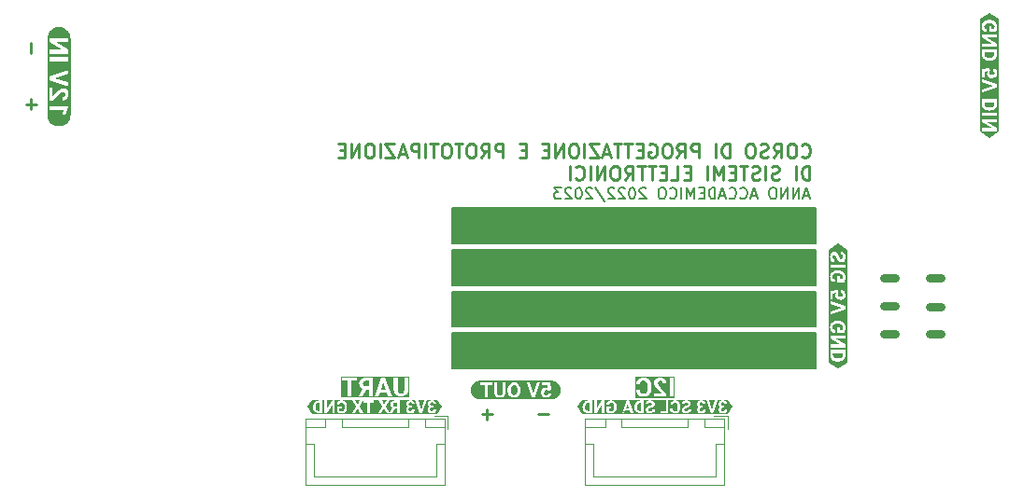
<source format=gbr>
%TF.GenerationSoftware,KiCad,Pcbnew,(6.0.8)*%
%TF.CreationDate,2023-04-20T14:40:41+02:00*%
%TF.ProjectId,scheda PSE,73636865-6461-4205-9053-452e6b696361,rev?*%
%TF.SameCoordinates,Original*%
%TF.FileFunction,Legend,Bot*%
%TF.FilePolarity,Positive*%
%FSLAX46Y46*%
G04 Gerber Fmt 4.6, Leading zero omitted, Abs format (unit mm)*
G04 Created by KiCad (PCBNEW (6.0.8)) date 2023-04-20 14:40:41*
%MOMM*%
%LPD*%
G01*
G04 APERTURE LIST*
%ADD10C,0.150000*%
%ADD11C,0.750000*%
%ADD12C,0.250000*%
%ADD13C,0.120000*%
G04 APERTURE END LIST*
D10*
X182740024Y-116587884D02*
X149821624Y-116587884D01*
X149821624Y-116587884D02*
X149821624Y-119788284D01*
X149821624Y-119788284D02*
X182740024Y-119788284D01*
X182740024Y-119788284D02*
X182740024Y-116587884D01*
G36*
X182740024Y-116587884D02*
G01*
X149821624Y-116587884D01*
X149821624Y-119788284D01*
X182740024Y-119788284D01*
X182740024Y-116587884D01*
G37*
D11*
X193027024Y-120457151D02*
X194043024Y-120457151D01*
X188886824Y-115377151D02*
X189902824Y-115377151D01*
X188886824Y-117917151D02*
X189902824Y-117917151D01*
D10*
X182740024Y-112811751D02*
X149821624Y-112811751D01*
X149821624Y-112811751D02*
X149821624Y-116012151D01*
X149821624Y-116012151D02*
X182740024Y-116012151D01*
X182740024Y-116012151D02*
X182740024Y-112811751D01*
G36*
X182740024Y-112811751D02*
G01*
X149821624Y-112811751D01*
X149821624Y-116012151D01*
X182740024Y-116012151D01*
X182740024Y-112811751D01*
G37*
D11*
X193052424Y-117967951D02*
X194068424Y-117967951D01*
X188912224Y-120431751D02*
X189928224Y-120431751D01*
D10*
X182740024Y-120364018D02*
X149821624Y-120364018D01*
X149821624Y-120364018D02*
X149821624Y-123564418D01*
X149821624Y-123564418D02*
X182740024Y-123564418D01*
X182740024Y-123564418D02*
X182740024Y-120364018D01*
G36*
X182740024Y-120364018D02*
G01*
X149821624Y-120364018D01*
X149821624Y-123564418D01*
X182740024Y-123564418D01*
X182740024Y-120364018D01*
G37*
D11*
X193027024Y-115377151D02*
X194043024Y-115377151D01*
D10*
X182740024Y-109035618D02*
X149821624Y-109035618D01*
X149821624Y-109035618D02*
X149821624Y-112236018D01*
X149821624Y-112236018D02*
X182740024Y-112236018D01*
X182740024Y-112236018D02*
X182740024Y-109035618D01*
G36*
X182740024Y-109035618D02*
G01*
X149821624Y-109035618D01*
X149821624Y-112236018D01*
X182740024Y-112236018D01*
X182740024Y-109035618D01*
G37*
D12*
X158522332Y-127754763D02*
X157569951Y-127754763D01*
X111627256Y-94969268D02*
X111627256Y-94016887D01*
X153442332Y-127754763D02*
X152489951Y-127754763D01*
X152966142Y-128230954D02*
X152966142Y-127278573D01*
X111627256Y-100049268D02*
X111627256Y-99096887D01*
X111151065Y-99573078D02*
X112103446Y-99573078D01*
X181464019Y-104310196D02*
X181523543Y-104369720D01*
X181702114Y-104429244D01*
X181821162Y-104429244D01*
X181999733Y-104369720D01*
X182118781Y-104250672D01*
X182178304Y-104131625D01*
X182237828Y-103893529D01*
X182237828Y-103714958D01*
X182178304Y-103476863D01*
X182118781Y-103357815D01*
X181999733Y-103238768D01*
X181821162Y-103179244D01*
X181702114Y-103179244D01*
X181523543Y-103238768D01*
X181464019Y-103298291D01*
X180690209Y-103179244D02*
X180452114Y-103179244D01*
X180333066Y-103238768D01*
X180214019Y-103357815D01*
X180154495Y-103595910D01*
X180154495Y-104012577D01*
X180214019Y-104250672D01*
X180333066Y-104369720D01*
X180452114Y-104429244D01*
X180690209Y-104429244D01*
X180809257Y-104369720D01*
X180928304Y-104250672D01*
X180987828Y-104012577D01*
X180987828Y-103595910D01*
X180928304Y-103357815D01*
X180809257Y-103238768D01*
X180690209Y-103179244D01*
X178904495Y-104429244D02*
X179321162Y-103834006D01*
X179618781Y-104429244D02*
X179618781Y-103179244D01*
X179142590Y-103179244D01*
X179023543Y-103238768D01*
X178964019Y-103298291D01*
X178904495Y-103417339D01*
X178904495Y-103595910D01*
X178964019Y-103714958D01*
X179023543Y-103774482D01*
X179142590Y-103834006D01*
X179618781Y-103834006D01*
X178428304Y-104369720D02*
X178249733Y-104429244D01*
X177952114Y-104429244D01*
X177833066Y-104369720D01*
X177773543Y-104310196D01*
X177714019Y-104191148D01*
X177714019Y-104072101D01*
X177773543Y-103953053D01*
X177833066Y-103893529D01*
X177952114Y-103834006D01*
X178190209Y-103774482D01*
X178309257Y-103714958D01*
X178368781Y-103655434D01*
X178428304Y-103536387D01*
X178428304Y-103417339D01*
X178368781Y-103298291D01*
X178309257Y-103238768D01*
X178190209Y-103179244D01*
X177892590Y-103179244D01*
X177714019Y-103238768D01*
X176940209Y-103179244D02*
X176702114Y-103179244D01*
X176583066Y-103238768D01*
X176464019Y-103357815D01*
X176404495Y-103595910D01*
X176404495Y-104012577D01*
X176464019Y-104250672D01*
X176583066Y-104369720D01*
X176702114Y-104429244D01*
X176940209Y-104429244D01*
X177059257Y-104369720D01*
X177178304Y-104250672D01*
X177237828Y-104012577D01*
X177237828Y-103595910D01*
X177178304Y-103357815D01*
X177059257Y-103238768D01*
X176940209Y-103179244D01*
X174916400Y-104429244D02*
X174916400Y-103179244D01*
X174618781Y-103179244D01*
X174440209Y-103238768D01*
X174321162Y-103357815D01*
X174261638Y-103476863D01*
X174202114Y-103714958D01*
X174202114Y-103893529D01*
X174261638Y-104131625D01*
X174321162Y-104250672D01*
X174440209Y-104369720D01*
X174618781Y-104429244D01*
X174916400Y-104429244D01*
X173666400Y-104429244D02*
X173666400Y-103179244D01*
X172118781Y-104429244D02*
X172118781Y-103179244D01*
X171642590Y-103179244D01*
X171523543Y-103238768D01*
X171464019Y-103298291D01*
X171404495Y-103417339D01*
X171404495Y-103595910D01*
X171464019Y-103714958D01*
X171523543Y-103774482D01*
X171642590Y-103834006D01*
X172118781Y-103834006D01*
X170154495Y-104429244D02*
X170571162Y-103834006D01*
X170868781Y-104429244D02*
X170868781Y-103179244D01*
X170392590Y-103179244D01*
X170273543Y-103238768D01*
X170214019Y-103298291D01*
X170154495Y-103417339D01*
X170154495Y-103595910D01*
X170214019Y-103714958D01*
X170273543Y-103774482D01*
X170392590Y-103834006D01*
X170868781Y-103834006D01*
X169380685Y-103179244D02*
X169142590Y-103179244D01*
X169023543Y-103238768D01*
X168904495Y-103357815D01*
X168844971Y-103595910D01*
X168844971Y-104012577D01*
X168904495Y-104250672D01*
X169023543Y-104369720D01*
X169142590Y-104429244D01*
X169380685Y-104429244D01*
X169499733Y-104369720D01*
X169618781Y-104250672D01*
X169678304Y-104012577D01*
X169678304Y-103595910D01*
X169618781Y-103357815D01*
X169499733Y-103238768D01*
X169380685Y-103179244D01*
X167654495Y-103238768D02*
X167773543Y-103179244D01*
X167952114Y-103179244D01*
X168130685Y-103238768D01*
X168249733Y-103357815D01*
X168309257Y-103476863D01*
X168368781Y-103714958D01*
X168368781Y-103893529D01*
X168309257Y-104131625D01*
X168249733Y-104250672D01*
X168130685Y-104369720D01*
X167952114Y-104429244D01*
X167833066Y-104429244D01*
X167654495Y-104369720D01*
X167594971Y-104310196D01*
X167594971Y-103893529D01*
X167833066Y-103893529D01*
X167059257Y-103774482D02*
X166642590Y-103774482D01*
X166464019Y-104429244D02*
X167059257Y-104429244D01*
X167059257Y-103179244D01*
X166464019Y-103179244D01*
X166106876Y-103179244D02*
X165392590Y-103179244D01*
X165749733Y-104429244D02*
X165749733Y-103179244D01*
X165154495Y-103179244D02*
X164440209Y-103179244D01*
X164797352Y-104429244D02*
X164797352Y-103179244D01*
X164083066Y-104072101D02*
X163487828Y-104072101D01*
X164202114Y-104429244D02*
X163785447Y-103179244D01*
X163368781Y-104429244D01*
X163071162Y-103179244D02*
X162237828Y-103179244D01*
X163071162Y-104429244D01*
X162237828Y-104429244D01*
X161761638Y-104429244D02*
X161761638Y-103179244D01*
X160928304Y-103179244D02*
X160690209Y-103179244D01*
X160571162Y-103238768D01*
X160452114Y-103357815D01*
X160392590Y-103595910D01*
X160392590Y-104012577D01*
X160452114Y-104250672D01*
X160571162Y-104369720D01*
X160690209Y-104429244D01*
X160928304Y-104429244D01*
X161047352Y-104369720D01*
X161166400Y-104250672D01*
X161225924Y-104012577D01*
X161225924Y-103595910D01*
X161166400Y-103357815D01*
X161047352Y-103238768D01*
X160928304Y-103179244D01*
X159856876Y-104429244D02*
X159856876Y-103179244D01*
X159142590Y-104429244D01*
X159142590Y-103179244D01*
X158547352Y-103774482D02*
X158130685Y-103774482D01*
X157952114Y-104429244D02*
X158547352Y-104429244D01*
X158547352Y-103179244D01*
X157952114Y-103179244D01*
X156464019Y-103774482D02*
X156047352Y-103774482D01*
X155868781Y-104429244D02*
X156464019Y-104429244D01*
X156464019Y-103179244D01*
X155868781Y-103179244D01*
X154380685Y-104429244D02*
X154380685Y-103179244D01*
X153904495Y-103179244D01*
X153785447Y-103238768D01*
X153725924Y-103298291D01*
X153666400Y-103417339D01*
X153666400Y-103595910D01*
X153725924Y-103714958D01*
X153785447Y-103774482D01*
X153904495Y-103834006D01*
X154380685Y-103834006D01*
X152416400Y-104429244D02*
X152833066Y-103834006D01*
X153130685Y-104429244D02*
X153130685Y-103179244D01*
X152654495Y-103179244D01*
X152535447Y-103238768D01*
X152475924Y-103298291D01*
X152416400Y-103417339D01*
X152416400Y-103595910D01*
X152475924Y-103714958D01*
X152535447Y-103774482D01*
X152654495Y-103834006D01*
X153130685Y-103834006D01*
X151642590Y-103179244D02*
X151404495Y-103179244D01*
X151285447Y-103238768D01*
X151166400Y-103357815D01*
X151106876Y-103595910D01*
X151106876Y-104012577D01*
X151166400Y-104250672D01*
X151285447Y-104369720D01*
X151404495Y-104429244D01*
X151642590Y-104429244D01*
X151761638Y-104369720D01*
X151880685Y-104250672D01*
X151940209Y-104012577D01*
X151940209Y-103595910D01*
X151880685Y-103357815D01*
X151761638Y-103238768D01*
X151642590Y-103179244D01*
X150749733Y-103179244D02*
X150035447Y-103179244D01*
X150392590Y-104429244D02*
X150392590Y-103179244D01*
X149380685Y-103179244D02*
X149142590Y-103179244D01*
X149023543Y-103238768D01*
X148904495Y-103357815D01*
X148844971Y-103595910D01*
X148844971Y-104012577D01*
X148904495Y-104250672D01*
X149023543Y-104369720D01*
X149142590Y-104429244D01*
X149380685Y-104429244D01*
X149499733Y-104369720D01*
X149618781Y-104250672D01*
X149678304Y-104012577D01*
X149678304Y-103595910D01*
X149618781Y-103357815D01*
X149499733Y-103238768D01*
X149380685Y-103179244D01*
X148487828Y-103179244D02*
X147773543Y-103179244D01*
X148130685Y-104429244D02*
X148130685Y-103179244D01*
X147356876Y-104429244D02*
X147356876Y-103179244D01*
X146761638Y-104429244D02*
X146761638Y-103179244D01*
X146285447Y-103179244D01*
X146166400Y-103238768D01*
X146106876Y-103298291D01*
X146047352Y-103417339D01*
X146047352Y-103595910D01*
X146106876Y-103714958D01*
X146166400Y-103774482D01*
X146285447Y-103834006D01*
X146761638Y-103834006D01*
X145571162Y-104072101D02*
X144975924Y-104072101D01*
X145690209Y-104429244D02*
X145273543Y-103179244D01*
X144856876Y-104429244D01*
X144559257Y-103179244D02*
X143725924Y-103179244D01*
X144559257Y-104429244D01*
X143725924Y-104429244D01*
X143249733Y-104429244D02*
X143249733Y-103179244D01*
X142416400Y-103179244D02*
X142178304Y-103179244D01*
X142059257Y-103238768D01*
X141940209Y-103357815D01*
X141880685Y-103595910D01*
X141880685Y-104012577D01*
X141940209Y-104250672D01*
X142059257Y-104369720D01*
X142178304Y-104429244D01*
X142416400Y-104429244D01*
X142535447Y-104369720D01*
X142654495Y-104250672D01*
X142714019Y-104012577D01*
X142714019Y-103595910D01*
X142654495Y-103357815D01*
X142535447Y-103238768D01*
X142416400Y-103179244D01*
X141344971Y-104429244D02*
X141344971Y-103179244D01*
X140630685Y-104429244D01*
X140630685Y-103179244D01*
X140035447Y-103774482D02*
X139618781Y-103774482D01*
X139440209Y-104429244D02*
X140035447Y-104429244D01*
X140035447Y-103179244D01*
X139440209Y-103179244D01*
X182178304Y-106441744D02*
X182178304Y-105191744D01*
X181880685Y-105191744D01*
X181702114Y-105251268D01*
X181583066Y-105370315D01*
X181523543Y-105489363D01*
X181464019Y-105727458D01*
X181464019Y-105906029D01*
X181523543Y-106144125D01*
X181583066Y-106263172D01*
X181702114Y-106382220D01*
X181880685Y-106441744D01*
X182178304Y-106441744D01*
X180928304Y-106441744D02*
X180928304Y-105191744D01*
X179440209Y-106382220D02*
X179261638Y-106441744D01*
X178964019Y-106441744D01*
X178844971Y-106382220D01*
X178785447Y-106322696D01*
X178725924Y-106203648D01*
X178725924Y-106084601D01*
X178785447Y-105965553D01*
X178844971Y-105906029D01*
X178964019Y-105846506D01*
X179202114Y-105786982D01*
X179321162Y-105727458D01*
X179380685Y-105667934D01*
X179440209Y-105548887D01*
X179440209Y-105429839D01*
X179380685Y-105310791D01*
X179321162Y-105251268D01*
X179202114Y-105191744D01*
X178904495Y-105191744D01*
X178725924Y-105251268D01*
X178190209Y-106441744D02*
X178190209Y-105191744D01*
X177654495Y-106382220D02*
X177475924Y-106441744D01*
X177178304Y-106441744D01*
X177059257Y-106382220D01*
X176999733Y-106322696D01*
X176940209Y-106203648D01*
X176940209Y-106084601D01*
X176999733Y-105965553D01*
X177059257Y-105906029D01*
X177178304Y-105846506D01*
X177416400Y-105786982D01*
X177535447Y-105727458D01*
X177594971Y-105667934D01*
X177654495Y-105548887D01*
X177654495Y-105429839D01*
X177594971Y-105310791D01*
X177535447Y-105251268D01*
X177416400Y-105191744D01*
X177118781Y-105191744D01*
X176940209Y-105251268D01*
X176583066Y-105191744D02*
X175868781Y-105191744D01*
X176225924Y-106441744D02*
X176225924Y-105191744D01*
X175452114Y-105786982D02*
X175035447Y-105786982D01*
X174856876Y-106441744D02*
X175452114Y-106441744D01*
X175452114Y-105191744D01*
X174856876Y-105191744D01*
X174321162Y-106441744D02*
X174321162Y-105191744D01*
X173904495Y-106084601D01*
X173487828Y-105191744D01*
X173487828Y-106441744D01*
X172892590Y-106441744D02*
X172892590Y-105191744D01*
X171344971Y-105786982D02*
X170928304Y-105786982D01*
X170749733Y-106441744D02*
X171344971Y-106441744D01*
X171344971Y-105191744D01*
X170749733Y-105191744D01*
X169618781Y-106441744D02*
X170214019Y-106441744D01*
X170214019Y-105191744D01*
X169202114Y-105786982D02*
X168785447Y-105786982D01*
X168606876Y-106441744D02*
X169202114Y-106441744D01*
X169202114Y-105191744D01*
X168606876Y-105191744D01*
X168249733Y-105191744D02*
X167535447Y-105191744D01*
X167892590Y-106441744D02*
X167892590Y-105191744D01*
X167297352Y-105191744D02*
X166583066Y-105191744D01*
X166940209Y-106441744D02*
X166940209Y-105191744D01*
X165452114Y-106441744D02*
X165868781Y-105846506D01*
X166166400Y-106441744D02*
X166166400Y-105191744D01*
X165690209Y-105191744D01*
X165571162Y-105251268D01*
X165511638Y-105310791D01*
X165452114Y-105429839D01*
X165452114Y-105608410D01*
X165511638Y-105727458D01*
X165571162Y-105786982D01*
X165690209Y-105846506D01*
X166166400Y-105846506D01*
X164678304Y-105191744D02*
X164440209Y-105191744D01*
X164321162Y-105251268D01*
X164202114Y-105370315D01*
X164142590Y-105608410D01*
X164142590Y-106025077D01*
X164202114Y-106263172D01*
X164321162Y-106382220D01*
X164440209Y-106441744D01*
X164678304Y-106441744D01*
X164797352Y-106382220D01*
X164916400Y-106263172D01*
X164975924Y-106025077D01*
X164975924Y-105608410D01*
X164916400Y-105370315D01*
X164797352Y-105251268D01*
X164678304Y-105191744D01*
X163606876Y-106441744D02*
X163606876Y-105191744D01*
X162892590Y-106441744D01*
X162892590Y-105191744D01*
X162297352Y-106441744D02*
X162297352Y-105191744D01*
X160987828Y-106322696D02*
X161047352Y-106382220D01*
X161225924Y-106441744D01*
X161344971Y-106441744D01*
X161523543Y-106382220D01*
X161642590Y-106263172D01*
X161702114Y-106144125D01*
X161761638Y-105906029D01*
X161761638Y-105727458D01*
X161702114Y-105489363D01*
X161642590Y-105370315D01*
X161523543Y-105251268D01*
X161344971Y-105191744D01*
X161225924Y-105191744D01*
X161047352Y-105251268D01*
X160987828Y-105310791D01*
X160452114Y-106441744D02*
X160452114Y-105191744D01*
D10*
X182146443Y-107881484D02*
X181670252Y-107881484D01*
X182241681Y-108167198D02*
X181908347Y-107167198D01*
X181575014Y-108167198D01*
X181241681Y-108167198D02*
X181241681Y-107167198D01*
X180670252Y-108167198D01*
X180670252Y-107167198D01*
X180194062Y-108167198D02*
X180194062Y-107167198D01*
X179622633Y-108167198D01*
X179622633Y-107167198D01*
X178955966Y-107167198D02*
X178765490Y-107167198D01*
X178670252Y-107214818D01*
X178575014Y-107310056D01*
X178527395Y-107500532D01*
X178527395Y-107833865D01*
X178575014Y-108024341D01*
X178670252Y-108119579D01*
X178765490Y-108167198D01*
X178955966Y-108167198D01*
X179051204Y-108119579D01*
X179146443Y-108024341D01*
X179194062Y-107833865D01*
X179194062Y-107500532D01*
X179146443Y-107310056D01*
X179051204Y-107214818D01*
X178955966Y-107167198D01*
X177384538Y-107881484D02*
X176908347Y-107881484D01*
X177479776Y-108167198D02*
X177146443Y-107167198D01*
X176813109Y-108167198D01*
X175908347Y-108071960D02*
X175955966Y-108119579D01*
X176098824Y-108167198D01*
X176194062Y-108167198D01*
X176336919Y-108119579D01*
X176432157Y-108024341D01*
X176479776Y-107929103D01*
X176527395Y-107738627D01*
X176527395Y-107595770D01*
X176479776Y-107405294D01*
X176432157Y-107310056D01*
X176336919Y-107214818D01*
X176194062Y-107167198D01*
X176098824Y-107167198D01*
X175955966Y-107214818D01*
X175908347Y-107262437D01*
X174908347Y-108071960D02*
X174955966Y-108119579D01*
X175098824Y-108167198D01*
X175194062Y-108167198D01*
X175336919Y-108119579D01*
X175432157Y-108024341D01*
X175479776Y-107929103D01*
X175527395Y-107738627D01*
X175527395Y-107595770D01*
X175479776Y-107405294D01*
X175432157Y-107310056D01*
X175336919Y-107214818D01*
X175194062Y-107167198D01*
X175098824Y-107167198D01*
X174955966Y-107214818D01*
X174908347Y-107262437D01*
X174527395Y-107881484D02*
X174051204Y-107881484D01*
X174622633Y-108167198D02*
X174289300Y-107167198D01*
X173955966Y-108167198D01*
X173622633Y-108167198D02*
X173622633Y-107167198D01*
X173384538Y-107167198D01*
X173241681Y-107214818D01*
X173146443Y-107310056D01*
X173098824Y-107405294D01*
X173051204Y-107595770D01*
X173051204Y-107738627D01*
X173098824Y-107929103D01*
X173146443Y-108024341D01*
X173241681Y-108119579D01*
X173384538Y-108167198D01*
X173622633Y-108167198D01*
X172622633Y-107643389D02*
X172289300Y-107643389D01*
X172146443Y-108167198D02*
X172622633Y-108167198D01*
X172622633Y-107167198D01*
X172146443Y-107167198D01*
X171717871Y-108167198D02*
X171717871Y-107167198D01*
X171384538Y-107881484D01*
X171051204Y-107167198D01*
X171051204Y-108167198D01*
X170575014Y-108167198D02*
X170575014Y-107167198D01*
X169527395Y-108071960D02*
X169575014Y-108119579D01*
X169717871Y-108167198D01*
X169813109Y-108167198D01*
X169955966Y-108119579D01*
X170051204Y-108024341D01*
X170098824Y-107929103D01*
X170146443Y-107738627D01*
X170146443Y-107595770D01*
X170098824Y-107405294D01*
X170051204Y-107310056D01*
X169955966Y-107214818D01*
X169813109Y-107167198D01*
X169717871Y-107167198D01*
X169575014Y-107214818D01*
X169527395Y-107262437D01*
X168908347Y-107167198D02*
X168717871Y-107167198D01*
X168622633Y-107214818D01*
X168527395Y-107310056D01*
X168479776Y-107500532D01*
X168479776Y-107833865D01*
X168527395Y-108024341D01*
X168622633Y-108119579D01*
X168717871Y-108167198D01*
X168908347Y-108167198D01*
X169003585Y-108119579D01*
X169098824Y-108024341D01*
X169146443Y-107833865D01*
X169146443Y-107500532D01*
X169098824Y-107310056D01*
X169003585Y-107214818D01*
X168908347Y-107167198D01*
X167336919Y-107262437D02*
X167289300Y-107214818D01*
X167194062Y-107167198D01*
X166955966Y-107167198D01*
X166860728Y-107214818D01*
X166813109Y-107262437D01*
X166765490Y-107357675D01*
X166765490Y-107452913D01*
X166813109Y-107595770D01*
X167384538Y-108167198D01*
X166765490Y-108167198D01*
X166146443Y-107167198D02*
X166051204Y-107167198D01*
X165955966Y-107214818D01*
X165908347Y-107262437D01*
X165860728Y-107357675D01*
X165813109Y-107548151D01*
X165813109Y-107786246D01*
X165860728Y-107976722D01*
X165908347Y-108071960D01*
X165955966Y-108119579D01*
X166051204Y-108167198D01*
X166146443Y-108167198D01*
X166241681Y-108119579D01*
X166289300Y-108071960D01*
X166336919Y-107976722D01*
X166384538Y-107786246D01*
X166384538Y-107548151D01*
X166336919Y-107357675D01*
X166289300Y-107262437D01*
X166241681Y-107214818D01*
X166146443Y-107167198D01*
X165432157Y-107262437D02*
X165384538Y-107214818D01*
X165289300Y-107167198D01*
X165051204Y-107167198D01*
X164955966Y-107214818D01*
X164908347Y-107262437D01*
X164860728Y-107357675D01*
X164860728Y-107452913D01*
X164908347Y-107595770D01*
X165479776Y-108167198D01*
X164860728Y-108167198D01*
X164479776Y-107262437D02*
X164432157Y-107214818D01*
X164336919Y-107167198D01*
X164098824Y-107167198D01*
X164003585Y-107214818D01*
X163955966Y-107262437D01*
X163908347Y-107357675D01*
X163908347Y-107452913D01*
X163955966Y-107595770D01*
X164527395Y-108167198D01*
X163908347Y-108167198D01*
X162765490Y-107119579D02*
X163622633Y-108405294D01*
X162479776Y-107262437D02*
X162432157Y-107214818D01*
X162336919Y-107167198D01*
X162098824Y-107167198D01*
X162003585Y-107214818D01*
X161955966Y-107262437D01*
X161908347Y-107357675D01*
X161908347Y-107452913D01*
X161955966Y-107595770D01*
X162527395Y-108167198D01*
X161908347Y-108167198D01*
X161289300Y-107167198D02*
X161194062Y-107167198D01*
X161098824Y-107214818D01*
X161051204Y-107262437D01*
X161003585Y-107357675D01*
X160955966Y-107548151D01*
X160955966Y-107786246D01*
X161003585Y-107976722D01*
X161051204Y-108071960D01*
X161098824Y-108119579D01*
X161194062Y-108167198D01*
X161289300Y-108167198D01*
X161384538Y-108119579D01*
X161432157Y-108071960D01*
X161479776Y-107976722D01*
X161527395Y-107786246D01*
X161527395Y-107548151D01*
X161479776Y-107357675D01*
X161432157Y-107262437D01*
X161384538Y-107214818D01*
X161289300Y-107167198D01*
X160575014Y-107262437D02*
X160527395Y-107214818D01*
X160432157Y-107167198D01*
X160194062Y-107167198D01*
X160098824Y-107214818D01*
X160051204Y-107262437D01*
X160003585Y-107357675D01*
X160003585Y-107452913D01*
X160051204Y-107595770D01*
X160622633Y-108167198D01*
X160003585Y-108167198D01*
X159670252Y-107167198D02*
X159051204Y-107167198D01*
X159384538Y-107548151D01*
X159241681Y-107548151D01*
X159146443Y-107595770D01*
X159098824Y-107643389D01*
X159051204Y-107738627D01*
X159051204Y-107976722D01*
X159098824Y-108071960D01*
X159146443Y-108119579D01*
X159241681Y-108167198D01*
X159527395Y-108167198D01*
X159622633Y-108119579D01*
X159670252Y-108071960D01*
%TO.C,kibuzzard-644128D0*%
G36*
X198928596Y-99544485D02*
G01*
X198901853Y-99688895D01*
X198821625Y-99794702D01*
X198740080Y-99842968D01*
X198638071Y-99872424D01*
X198515598Y-99883069D01*
X198443974Y-99883069D01*
X198317418Y-99873561D01*
X198213084Y-99845035D01*
X198130970Y-99797493D01*
X198051091Y-99692151D01*
X198024465Y-99547276D01*
X198024465Y-99409610D01*
X198928596Y-99409610D01*
X198928596Y-99544485D01*
G37*
G36*
X198928596Y-95019180D02*
G01*
X198901853Y-95163590D01*
X198821625Y-95269397D01*
X198740080Y-95317663D01*
X198638071Y-95347119D01*
X198515598Y-95357764D01*
X198443974Y-95357764D01*
X198317418Y-95348256D01*
X198213084Y-95319730D01*
X198130970Y-95272188D01*
X198051091Y-95166845D01*
X198024465Y-95021971D01*
X198024465Y-94884304D01*
X198928596Y-94884304D01*
X198928596Y-95019180D01*
G37*
G36*
X198475600Y-102674320D02*
G01*
X197621079Y-102104639D01*
X197621079Y-102025264D01*
X197798432Y-102025264D01*
X199152768Y-102025264D01*
X199152768Y-101746211D01*
X198261660Y-101202989D01*
X199152768Y-101202989D01*
X199152768Y-100923936D01*
X197798432Y-100923936D01*
X197798432Y-101202989D01*
X198691401Y-101747141D01*
X197798432Y-101747141D01*
X197798432Y-102025264D01*
X197621079Y-102025264D01*
X197621079Y-100665347D01*
X197798432Y-100665347D01*
X199152768Y-100665347D01*
X199152768Y-100386294D01*
X197798432Y-100386294D01*
X197798432Y-100665347D01*
X197621079Y-100665347D01*
X197621079Y-99130557D01*
X197798432Y-99130557D01*
X197798432Y-99547276D01*
X197807372Y-99662152D01*
X197834192Y-99768658D01*
X197878892Y-99866791D01*
X197940077Y-99953866D01*
X198016352Y-100027195D01*
X198107715Y-100086778D01*
X198211120Y-100130703D01*
X198323516Y-100157058D01*
X198444904Y-100165843D01*
X198507226Y-100165843D01*
X198628459Y-100157213D01*
X198740390Y-100131323D01*
X198843019Y-100088173D01*
X198933660Y-100029313D01*
X199009624Y-99956295D01*
X199070913Y-99869117D01*
X199115974Y-99770828D01*
X199143260Y-99664478D01*
X199152768Y-99550066D01*
X199152768Y-99130557D01*
X197798432Y-99130557D01*
X197621079Y-99130557D01*
X197621079Y-98528733D01*
X197798432Y-98528733D01*
X199152768Y-98057134D01*
X199152768Y-97765989D01*
X197798432Y-97296250D01*
X197798432Y-97605999D01*
X198816975Y-97911096D01*
X197798432Y-98218054D01*
X197798432Y-98528733D01*
X197621079Y-98528733D01*
X197621079Y-97166026D01*
X197798432Y-97166026D01*
X198022604Y-97166026D01*
X198022604Y-96627454D01*
X198313749Y-96593968D01*
X198275380Y-96692799D01*
X198262590Y-96797676D01*
X198275922Y-96917359D01*
X198315920Y-97018438D01*
X198382582Y-97100913D01*
X198473223Y-97161892D01*
X198585154Y-97198478D01*
X198718376Y-97210674D01*
X198842671Y-97196838D01*
X198953245Y-97155329D01*
X199045333Y-97088007D01*
X199114166Y-96996734D01*
X199157070Y-96884182D01*
X199171371Y-96753028D01*
X199158930Y-96634663D01*
X199121607Y-96525135D01*
X199061727Y-96431071D01*
X198981616Y-96359098D01*
X198885110Y-96312473D01*
X198776047Y-96294451D01*
X198776047Y-96560481D01*
X198907667Y-96619547D01*
X198954641Y-96752097D01*
X198938246Y-96832790D01*
X198889063Y-96892554D01*
X198809882Y-96929528D01*
X198703493Y-96941853D01*
X198601639Y-96927668D01*
X198526760Y-96885113D01*
X198480716Y-96816512D01*
X198465368Y-96724192D01*
X198477925Y-96637453D01*
X198515598Y-96568853D01*
X198539782Y-96542808D01*
X198486762Y-96328867D01*
X197798432Y-96407002D01*
X197798432Y-97166026D01*
X197621079Y-97166026D01*
X197621079Y-94605252D01*
X197798432Y-94605252D01*
X197798432Y-95021971D01*
X197807372Y-95136847D01*
X197834192Y-95243352D01*
X197878892Y-95341486D01*
X197940077Y-95428561D01*
X198016352Y-95501890D01*
X198107715Y-95561472D01*
X198211120Y-95605397D01*
X198323516Y-95631752D01*
X198444904Y-95640537D01*
X198507226Y-95640537D01*
X198628459Y-95631907D01*
X198740390Y-95606018D01*
X198843019Y-95562868D01*
X198933660Y-95504008D01*
X199009624Y-95430989D01*
X199070913Y-95343811D01*
X199115974Y-95245523D01*
X199143260Y-95139173D01*
X199152768Y-95024761D01*
X199152768Y-94605252D01*
X197798432Y-94605252D01*
X197621079Y-94605252D01*
X197621079Y-94361546D01*
X197798432Y-94361546D01*
X199152768Y-94361546D01*
X199152768Y-94082493D01*
X198261660Y-93539270D01*
X199152768Y-93539270D01*
X199152768Y-93260218D01*
X197798432Y-93260218D01*
X197798432Y-93539270D01*
X198691401Y-94083423D01*
X197798432Y-94083423D01*
X197798432Y-94361546D01*
X197621079Y-94361546D01*
X197621079Y-92496543D01*
X197779829Y-92496543D01*
X197792593Y-92645475D01*
X197830885Y-92771048D01*
X197894705Y-92873264D01*
X197982917Y-92951503D01*
X198094383Y-93005143D01*
X198229103Y-93034185D01*
X198229103Y-92762574D01*
X198128412Y-92732692D01*
X198058881Y-92680253D01*
X198018419Y-92604560D01*
X198004931Y-92504915D01*
X198031674Y-92379574D01*
X198111901Y-92288184D01*
X198194790Y-92246739D01*
X198300830Y-92221625D01*
X198430021Y-92212840D01*
X198516528Y-92212840D01*
X198646959Y-92221831D01*
X198754239Y-92248806D01*
X198838369Y-92293765D01*
X198919991Y-92393526D01*
X198947199Y-92530960D01*
X198930456Y-92665603D01*
X198880226Y-92755132D01*
X198646752Y-92755132D01*
X198646752Y-92501194D01*
X198441183Y-92501194D01*
X198441183Y-93034185D01*
X198981616Y-93034185D01*
X199061727Y-92943260D01*
X199121607Y-92821175D01*
X199158930Y-92676067D01*
X199171371Y-92516077D01*
X199162845Y-92403681D01*
X199137265Y-92300896D01*
X199094632Y-92207724D01*
X199000568Y-92090289D01*
X198871855Y-92003085D01*
X198768812Y-91962829D01*
X198654400Y-91938179D01*
X198528620Y-91929136D01*
X198436533Y-91929136D01*
X198307393Y-91936732D01*
X198190346Y-91959522D01*
X198085391Y-91997504D01*
X197954469Y-92080987D01*
X197858428Y-92194701D01*
X197814762Y-92285497D01*
X197788562Y-92386111D01*
X197779829Y-92496543D01*
X197621079Y-92496543D01*
X197621079Y-91849761D01*
X198475600Y-91280080D01*
X199330121Y-91849761D01*
X199330121Y-102104639D01*
X198475600Y-102674320D01*
G37*
D13*
%TO.C,J6*%
X163645000Y-128910000D02*
X161845000Y-128910000D01*
X163645000Y-128160000D02*
X163645000Y-128910000D01*
X173695000Y-130410000D02*
X173695000Y-133360000D01*
X174445000Y-128160000D02*
X174445000Y-128910000D01*
X172645000Y-128910000D02*
X172645000Y-128160000D01*
X174745000Y-127860000D02*
X174745000Y-129110000D01*
X173495000Y-127860000D02*
X174745000Y-127860000D01*
X161845000Y-128160000D02*
X163645000Y-128160000D01*
X161845000Y-130410000D02*
X162595000Y-130410000D01*
X161845000Y-128910000D02*
X161845000Y-128160000D01*
X165145000Y-128160000D02*
X171145000Y-128160000D01*
X161835000Y-128150000D02*
X174455000Y-128150000D01*
X161835000Y-134120000D02*
X161835000Y-128150000D01*
X174455000Y-134120000D02*
X161835000Y-134120000D01*
X165145000Y-128910000D02*
X165145000Y-128160000D01*
X171145000Y-128910000D02*
X165145000Y-128910000D01*
X174455000Y-128150000D02*
X174455000Y-134120000D01*
X173695000Y-133360000D02*
X168145000Y-133360000D01*
X171145000Y-128160000D02*
X171145000Y-128910000D01*
X172645000Y-128160000D02*
X174445000Y-128160000D01*
X162595000Y-130410000D02*
X162595000Y-133360000D01*
X174445000Y-130410000D02*
X173695000Y-130410000D01*
X174445000Y-128910000D02*
X172645000Y-128910000D01*
X162595000Y-133360000D02*
X168145000Y-133360000D01*
%TO.C,kibuzzard-643CF8F2*%
G36*
X136671691Y-127055878D02*
G01*
X137102328Y-126409923D01*
X148408356Y-126409923D01*
X148838993Y-127055878D01*
X148408356Y-127701833D01*
X137102328Y-127701833D01*
X136689261Y-127082233D01*
X137168474Y-127082233D01*
X137175665Y-127183260D01*
X137197240Y-127276536D01*
X137233198Y-127362061D01*
X137282248Y-127437595D01*
X137343097Y-127500898D01*
X137415745Y-127551972D01*
X137497653Y-127589523D01*
X137586278Y-127612261D01*
X137681621Y-127620185D01*
X138031212Y-127620185D01*
X138234300Y-127620185D01*
X138466844Y-127620185D01*
X138919530Y-126877594D01*
X138919530Y-127620185D01*
X139152074Y-127620185D01*
X139152074Y-127477558D01*
X139340434Y-127477558D01*
X139416205Y-127544317D01*
X139517943Y-127594217D01*
X139638866Y-127625320D01*
X139772191Y-127635688D01*
X139865854Y-127628582D01*
X139899596Y-127620185D01*
X140745775Y-127620185D01*
X141016301Y-127620185D01*
X141233342Y-127224860D01*
X141450383Y-127620185D01*
X141720909Y-127620185D01*
X141383720Y-127051227D01*
X141601766Y-126679932D01*
X141769743Y-126679932D01*
X142115459Y-126679932D01*
X142115459Y-127620185D01*
X142348003Y-127620185D01*
X143131676Y-127620185D01*
X143402202Y-127620185D01*
X143619243Y-127224860D01*
X143836284Y-127620185D01*
X144106810Y-127620185D01*
X144157194Y-127620185D01*
X144406792Y-127620185D01*
X144618407Y-127207032D01*
X144803667Y-127207032D01*
X144803667Y-127620185D01*
X145036211Y-127620185D01*
X145036211Y-127303925D01*
X145609819Y-127303925D01*
X145622006Y-127397545D01*
X145658567Y-127477902D01*
X145719502Y-127544995D01*
X145800505Y-127595380D01*
X145897269Y-127625611D01*
X146009795Y-127635688D01*
X146115602Y-127625783D01*
X146207715Y-127596069D01*
X146286134Y-127546546D01*
X146345777Y-127480744D01*
X146381563Y-127402196D01*
X146393492Y-127310901D01*
X146169475Y-127310901D01*
X146121803Y-127414771D01*
X146004368Y-127455078D01*
X145933152Y-127444517D01*
X145879182Y-127412833D01*
X145833836Y-127300824D01*
X145854507Y-127206945D01*
X145916519Y-127150618D01*
X146019871Y-127131842D01*
X146138469Y-127131842D01*
X146138469Y-126956659D01*
X146019096Y-126956659D01*
X145944876Y-126946001D01*
X145892747Y-126914026D01*
X145851665Y-126800855D01*
X145892360Y-126694660D01*
X146004368Y-126656678D01*
X146112114Y-126691947D01*
X146155522Y-126783802D01*
X146379539Y-126783802D01*
X146367622Y-126699989D01*
X146331868Y-126625284D01*
X146274701Y-126562788D01*
X146198543Y-126515601D01*
X146125588Y-126491571D01*
X146448527Y-126491571D01*
X146841527Y-127620185D01*
X147084148Y-127620185D01*
X147193840Y-127303925D01*
X147558537Y-127303925D01*
X147570724Y-127397545D01*
X147607285Y-127477902D01*
X147668220Y-127544995D01*
X147749223Y-127595380D01*
X147845987Y-127625611D01*
X147958513Y-127635688D01*
X148064320Y-127625783D01*
X148156434Y-127596069D01*
X148234852Y-127546546D01*
X148294496Y-127480744D01*
X148330282Y-127402196D01*
X148342210Y-127310901D01*
X148118193Y-127310901D01*
X148070521Y-127414771D01*
X147953087Y-127455078D01*
X147881870Y-127444517D01*
X147827901Y-127412833D01*
X147782555Y-127300824D01*
X147803225Y-127206945D01*
X147865237Y-127150618D01*
X147968590Y-127131842D01*
X148087187Y-127131842D01*
X148087187Y-126956659D01*
X147967815Y-126956659D01*
X147893594Y-126946001D01*
X147841466Y-126914026D01*
X147800383Y-126800855D01*
X147841078Y-126694660D01*
X147953087Y-126656678D01*
X148060832Y-126691947D01*
X148104240Y-126783802D01*
X148328258Y-126783802D01*
X148316340Y-126699989D01*
X148280586Y-126625284D01*
X148223419Y-126562788D01*
X148147261Y-126515601D01*
X148057247Y-126485952D01*
X147958513Y-126476068D01*
X147847753Y-126485586D01*
X147754219Y-126514137D01*
X147677910Y-126561722D01*
X147621496Y-126626016D01*
X147587648Y-126704694D01*
X147576366Y-126797754D01*
X147588187Y-126872168D01*
X147623649Y-126940381D01*
X147678297Y-126997936D01*
X147747673Y-127040375D01*
X147664442Y-127083008D01*
X147605434Y-127142694D01*
X147570261Y-127217108D01*
X147558537Y-127303925D01*
X147193840Y-127303925D01*
X147475597Y-126491571D01*
X147217473Y-126491571D01*
X146963225Y-127340357D01*
X146707426Y-126491571D01*
X146448527Y-126491571D01*
X146125588Y-126491571D01*
X146108529Y-126485952D01*
X146009795Y-126476068D01*
X145899035Y-126485586D01*
X145805500Y-126514137D01*
X145729191Y-126561722D01*
X145672778Y-126626016D01*
X145638930Y-126704694D01*
X145627647Y-126797754D01*
X145639468Y-126872168D01*
X145674931Y-126940381D01*
X145729579Y-126997936D01*
X145798955Y-127040375D01*
X145715723Y-127083008D01*
X145656715Y-127142694D01*
X145621543Y-127217108D01*
X145609819Y-127303925D01*
X145036211Y-127303925D01*
X145036211Y-126491571D01*
X144616856Y-126491571D01*
X144493694Y-126501476D01*
X144390858Y-126531190D01*
X144308348Y-126580713D01*
X144248059Y-126648323D01*
X144211885Y-126732297D01*
X144199827Y-126832636D01*
X144212327Y-126938540D01*
X144249824Y-127025260D01*
X144312708Y-127094538D01*
X144401366Y-127148120D01*
X144157194Y-127609333D01*
X144157194Y-127620185D01*
X144106810Y-127620185D01*
X143769621Y-127051227D01*
X144098283Y-126491571D01*
X143830858Y-126491571D01*
X143619243Y-126880695D01*
X143407628Y-126491571D01*
X143140202Y-126491571D01*
X143468864Y-127051227D01*
X143131676Y-127620185D01*
X142348003Y-127620185D01*
X142348003Y-126679932D01*
X142689067Y-126679932D01*
X142689067Y-126491571D01*
X141769743Y-126491571D01*
X141769743Y-126679932D01*
X141601766Y-126679932D01*
X141712382Y-126491571D01*
X141444957Y-126491571D01*
X141233342Y-126880695D01*
X141021727Y-126491571D01*
X140754301Y-126491571D01*
X141082963Y-127051227D01*
X140745775Y-127620185D01*
X139899596Y-127620185D01*
X139951508Y-127607266D01*
X140029152Y-127571738D01*
X140127014Y-127493351D01*
X140199684Y-127386090D01*
X140233231Y-127300221D01*
X140253772Y-127204878D01*
X140261308Y-127100061D01*
X140261308Y-127023322D01*
X140254978Y-126915706D01*
X140235987Y-126818166D01*
X140204335Y-126730704D01*
X140134766Y-126621602D01*
X140040004Y-126541568D01*
X139964341Y-126505179D01*
X139880496Y-126483346D01*
X139788469Y-126476068D01*
X139664359Y-126486705D01*
X139559714Y-126518615D01*
X139474535Y-126571799D01*
X139409336Y-126645309D01*
X139364636Y-126738197D01*
X139340434Y-126850464D01*
X139566777Y-126850464D01*
X139591679Y-126766555D01*
X139635377Y-126708612D01*
X139698455Y-126674894D01*
X139781493Y-126663654D01*
X139885944Y-126685939D01*
X139962102Y-126752796D01*
X139996639Y-126821870D01*
X140017568Y-126910237D01*
X140024889Y-127017896D01*
X140024889Y-127089984D01*
X140017395Y-127198677D01*
X139994916Y-127288077D01*
X139957451Y-127358185D01*
X139874316Y-127426204D01*
X139759788Y-127448877D01*
X139647586Y-127434925D01*
X139572978Y-127393067D01*
X139572978Y-127198505D01*
X139784593Y-127198505D01*
X139784593Y-127027198D01*
X139340434Y-127027198D01*
X139340434Y-127477558D01*
X139152074Y-127477558D01*
X139152074Y-126491571D01*
X138919530Y-126491571D01*
X138466069Y-127235712D01*
X138466069Y-126491571D01*
X138234300Y-126491571D01*
X138234300Y-127620185D01*
X138031212Y-127620185D01*
X138031212Y-126491571D01*
X137683946Y-126491571D01*
X137588216Y-126499021D01*
X137499461Y-126521371D01*
X137417683Y-126558622D01*
X137345121Y-126609609D01*
X137284014Y-126673171D01*
X137234361Y-126749308D01*
X137197757Y-126835478D01*
X137175795Y-126929142D01*
X137168474Y-127030298D01*
X137168474Y-127082233D01*
X136689261Y-127082233D01*
X136671691Y-127055878D01*
G37*
G36*
X137798668Y-127433374D02*
G01*
X137686272Y-127433374D01*
X137565930Y-127411089D01*
X137477757Y-127344232D01*
X137437536Y-127276278D01*
X137412989Y-127191270D01*
X137404118Y-127089209D01*
X137404118Y-127029523D01*
X137412042Y-126924060D01*
X137435813Y-126837114D01*
X137475432Y-126768686D01*
X137563217Y-126702121D01*
X137683946Y-126679932D01*
X137798668Y-126679932D01*
X137798668Y-127433374D01*
G37*
G36*
X144803667Y-127018671D02*
G01*
X144616081Y-127018671D01*
X144538373Y-127007528D01*
X144480431Y-126974100D01*
X144444386Y-126921099D01*
X144432371Y-126851239D01*
X144443708Y-126779926D01*
X144477717Y-126725666D01*
X144535175Y-126691365D01*
X144616856Y-126679932D01*
X144803667Y-126679932D01*
X144803667Y-127018671D01*
G37*
%TO.C,kibuzzard-643CF88B*%
G36*
X166927122Y-127433374D02*
G01*
X166814726Y-127433374D01*
X166694385Y-127411089D01*
X166606212Y-127344232D01*
X166565990Y-127276278D01*
X166541444Y-127191270D01*
X166532573Y-127089209D01*
X166532573Y-127029523D01*
X166540497Y-126924060D01*
X166564268Y-126837114D01*
X166603886Y-126768686D01*
X166691672Y-126702121D01*
X166812401Y-126679932D01*
X166927122Y-126679932D01*
X166927122Y-127433374D01*
G37*
G36*
X161102758Y-127055878D02*
G01*
X161533395Y-126409923D01*
X174777289Y-126409923D01*
X175207926Y-127055878D01*
X174777289Y-127701833D01*
X161533395Y-127701833D01*
X161120328Y-127082233D01*
X161599541Y-127082233D01*
X161606732Y-127183260D01*
X161628307Y-127276536D01*
X161664265Y-127362061D01*
X161713315Y-127437595D01*
X161774164Y-127500898D01*
X161846812Y-127551972D01*
X161928719Y-127589523D01*
X162017345Y-127612261D01*
X162112688Y-127620185D01*
X162462279Y-127620185D01*
X162665367Y-127620185D01*
X162897911Y-127620185D01*
X163350597Y-126877594D01*
X163350597Y-127620185D01*
X163583140Y-127620185D01*
X163583140Y-127477558D01*
X163771501Y-127477558D01*
X163847272Y-127544317D01*
X163949010Y-127594217D01*
X164069932Y-127625320D01*
X164203258Y-127635688D01*
X164296921Y-127628582D01*
X164330663Y-127620185D01*
X165165214Y-127620185D01*
X165412486Y-127620185D01*
X165490776Y-127387641D01*
X165898503Y-127387641D01*
X165976018Y-127620185D01*
X166223289Y-127620185D01*
X166023035Y-127082233D01*
X166296928Y-127082233D01*
X166304120Y-127183260D01*
X166325695Y-127276536D01*
X166361653Y-127362061D01*
X166410703Y-127437595D01*
X166471552Y-127500898D01*
X166544200Y-127551972D01*
X166626107Y-127589523D01*
X166714732Y-127612261D01*
X166810075Y-127620185D01*
X167159666Y-127620185D01*
X167159666Y-127322528D01*
X167317021Y-127322528D01*
X167329337Y-127413177D01*
X167366286Y-127489788D01*
X167427867Y-127552359D01*
X167510291Y-127598653D01*
X167609768Y-127626429D01*
X167726298Y-127635688D01*
X167850709Y-127623770D01*
X167862018Y-127620185D01*
X168664226Y-127620185D01*
X169390538Y-127620185D01*
X169390538Y-126874494D01*
X169541691Y-126874494D01*
X169774235Y-126874494D01*
X169793711Y-126780217D01*
X169835084Y-126715976D01*
X169901069Y-126679060D01*
X169994377Y-126666754D01*
X170096018Y-126687587D01*
X170168397Y-126750083D01*
X170200652Y-126815841D01*
X170220418Y-126902011D01*
X170227696Y-127008594D01*
X170227696Y-127093860D01*
X170221538Y-127204878D01*
X170203064Y-127294020D01*
X170172273Y-127361286D01*
X170100863Y-127424654D01*
X169997478Y-127445777D01*
X169903394Y-127433471D01*
X169836635Y-127396555D01*
X169794874Y-127333865D01*
X169775786Y-127244239D01*
X169543242Y-127244239D01*
X169564042Y-127357065D01*
X169608871Y-127452667D01*
X169677730Y-127531043D01*
X169767173Y-127589179D01*
X169873756Y-127624060D01*
X169997478Y-127635688D01*
X170100209Y-127626555D01*
X170191361Y-127599159D01*
X170270935Y-127553498D01*
X170338930Y-127489572D01*
X170393359Y-127409708D01*
X170429619Y-127322528D01*
X170586589Y-127322528D01*
X170598905Y-127413177D01*
X170635854Y-127489788D01*
X170697435Y-127552359D01*
X170779859Y-127598653D01*
X170879336Y-127626429D01*
X170995866Y-127635688D01*
X171120277Y-127623770D01*
X171233061Y-127588016D01*
X171327338Y-127531527D01*
X171396229Y-127457404D01*
X171438378Y-127367874D01*
X171447126Y-127303925D01*
X171978752Y-127303925D01*
X171990939Y-127397545D01*
X172027500Y-127477902D01*
X172088435Y-127544995D01*
X172169438Y-127595380D01*
X172266202Y-127625611D01*
X172378728Y-127635688D01*
X172484535Y-127625783D01*
X172576648Y-127596069D01*
X172655067Y-127546546D01*
X172714711Y-127480744D01*
X172750496Y-127402196D01*
X172762425Y-127310901D01*
X172538408Y-127310901D01*
X172490736Y-127414771D01*
X172373302Y-127455078D01*
X172302085Y-127444517D01*
X172248115Y-127412833D01*
X172202769Y-127300824D01*
X172223440Y-127206945D01*
X172285452Y-127150618D01*
X172388805Y-127131842D01*
X172507402Y-127131842D01*
X172507402Y-126956659D01*
X172388029Y-126956659D01*
X172313809Y-126946001D01*
X172261681Y-126914026D01*
X172220598Y-126800855D01*
X172261293Y-126694660D01*
X172373302Y-126656678D01*
X172481047Y-126691947D01*
X172524455Y-126783802D01*
X172748472Y-126783802D01*
X172736555Y-126699989D01*
X172700801Y-126625284D01*
X172643634Y-126562788D01*
X172567476Y-126515601D01*
X172494521Y-126491571D01*
X172817461Y-126491571D01*
X173210460Y-127620185D01*
X173453081Y-127620185D01*
X173562773Y-127303925D01*
X173927470Y-127303925D01*
X173939657Y-127397545D01*
X173976218Y-127477902D01*
X174037154Y-127544995D01*
X174118156Y-127595380D01*
X174214920Y-127625611D01*
X174327446Y-127635688D01*
X174433253Y-127625783D01*
X174525367Y-127596069D01*
X174603786Y-127546546D01*
X174663429Y-127480744D01*
X174699215Y-127402196D01*
X174711143Y-127310901D01*
X174487126Y-127310901D01*
X174439455Y-127414771D01*
X174322020Y-127455078D01*
X174250803Y-127444517D01*
X174196834Y-127412833D01*
X174151488Y-127300824D01*
X174172158Y-127206945D01*
X174234170Y-127150618D01*
X174337523Y-127131842D01*
X174456120Y-127131842D01*
X174456120Y-126956659D01*
X174336748Y-126956659D01*
X174262527Y-126946001D01*
X174210399Y-126914026D01*
X174169316Y-126800855D01*
X174210011Y-126694660D01*
X174322020Y-126656678D01*
X174429765Y-126691947D01*
X174473173Y-126783802D01*
X174697191Y-126783802D01*
X174685273Y-126699989D01*
X174649519Y-126625284D01*
X174592352Y-126562788D01*
X174516194Y-126515601D01*
X174426180Y-126485952D01*
X174327446Y-126476068D01*
X174216686Y-126485586D01*
X174123152Y-126514137D01*
X174046843Y-126561722D01*
X173990429Y-126626016D01*
X173956581Y-126704694D01*
X173945299Y-126797754D01*
X173957120Y-126872168D01*
X173992583Y-126940381D01*
X174047230Y-126997936D01*
X174116606Y-127040375D01*
X174033375Y-127083008D01*
X173974367Y-127142694D01*
X173939194Y-127217108D01*
X173927470Y-127303925D01*
X173562773Y-127303925D01*
X173844530Y-126491571D01*
X173586406Y-126491571D01*
X173332158Y-127340357D01*
X173076359Y-126491571D01*
X172817461Y-126491571D01*
X172494521Y-126491571D01*
X172477462Y-126485952D01*
X172378728Y-126476068D01*
X172267968Y-126485586D01*
X172174433Y-126514137D01*
X172098125Y-126561722D01*
X172041711Y-126626016D01*
X172007863Y-126704694D01*
X171996580Y-126797754D01*
X172008401Y-126872168D01*
X172043864Y-126940381D01*
X172098512Y-126997936D01*
X172167888Y-127040375D01*
X172084656Y-127083008D01*
X172025648Y-127142694D01*
X171990476Y-127217108D01*
X171978752Y-127303925D01*
X171447126Y-127303925D01*
X171452428Y-127265168D01*
X171219108Y-127265168D01*
X171205156Y-127346897D01*
X171163298Y-127405275D01*
X171093535Y-127440302D01*
X170995866Y-127451978D01*
X170922034Y-127443548D01*
X170866417Y-127418259D01*
X170819908Y-127324079D01*
X170866417Y-127222922D01*
X170931529Y-127186684D01*
X171033848Y-127148508D01*
X171142175Y-127109654D01*
X171225310Y-127071381D01*
X171332108Y-126994125D01*
X171396186Y-126900849D01*
X171417546Y-126791553D01*
X171404659Y-126705027D01*
X171365999Y-126628385D01*
X171303212Y-126564532D01*
X171217946Y-126516376D01*
X171115530Y-126486145D01*
X171001292Y-126476068D01*
X170886958Y-126487017D01*
X170785802Y-126519864D01*
X170701795Y-126572671D01*
X170638911Y-126643500D01*
X170599670Y-126728766D01*
X170586589Y-126824884D01*
X170819133Y-126824884D01*
X170831341Y-126755993D01*
X170867967Y-126704349D01*
X170926684Y-126672084D01*
X171005168Y-126661328D01*
X171080939Y-126670340D01*
X171137718Y-126697373D01*
X171185002Y-126792328D01*
X171129579Y-126884571D01*
X171061075Y-126920615D01*
X170966411Y-126954334D01*
X170846091Y-126997311D01*
X170749714Y-127046662D01*
X170677281Y-127102387D01*
X170609262Y-127201606D01*
X170586589Y-127322528D01*
X170429619Y-127322528D01*
X170432238Y-127316230D01*
X170455565Y-127209139D01*
X170463341Y-127088434D01*
X170463341Y-127019446D01*
X170456967Y-126915232D01*
X170437847Y-126819631D01*
X170405980Y-126732642D01*
X170336314Y-126623056D01*
X170242036Y-126542343D01*
X170167149Y-126505524D01*
X170084595Y-126483432D01*
X169994377Y-126476068D01*
X169872593Y-126487696D01*
X169767690Y-126522577D01*
X169679668Y-126580713D01*
X169611282Y-126659864D01*
X169565290Y-126757791D01*
X169541691Y-126874494D01*
X169390538Y-126874494D01*
X169390538Y-126491571D01*
X169157994Y-126491571D01*
X169157994Y-127433374D01*
X168664226Y-127433374D01*
X168664226Y-127620185D01*
X167862018Y-127620185D01*
X167963493Y-127588016D01*
X168057770Y-127531527D01*
X168126662Y-127457404D01*
X168168810Y-127367874D01*
X168182860Y-127265168D01*
X167949541Y-127265168D01*
X167935588Y-127346897D01*
X167893730Y-127405275D01*
X167823967Y-127440302D01*
X167726298Y-127451978D01*
X167652466Y-127443548D01*
X167596849Y-127418259D01*
X167550340Y-127324079D01*
X167596849Y-127222922D01*
X167661961Y-127186684D01*
X167764281Y-127148508D01*
X167872607Y-127109654D01*
X167955742Y-127071381D01*
X168062540Y-126994125D01*
X168126619Y-126900849D01*
X168147978Y-126791553D01*
X168135091Y-126705027D01*
X168096431Y-126628385D01*
X168033644Y-126564532D01*
X167948378Y-126516376D01*
X167845962Y-126486145D01*
X167731724Y-126476068D01*
X167617390Y-126487017D01*
X167516234Y-126519864D01*
X167432227Y-126572671D01*
X167369343Y-126643500D01*
X167330102Y-126728766D01*
X167317021Y-126824884D01*
X167549565Y-126824884D01*
X167561774Y-126755993D01*
X167598399Y-126704349D01*
X167657117Y-126672084D01*
X167735600Y-126661328D01*
X167811371Y-126670340D01*
X167868150Y-126697373D01*
X167915434Y-126792328D01*
X167860011Y-126884571D01*
X167791508Y-126920615D01*
X167696843Y-126954334D01*
X167576523Y-126997311D01*
X167480146Y-127046662D01*
X167407713Y-127102387D01*
X167339694Y-127201606D01*
X167317021Y-127322528D01*
X167159666Y-127322528D01*
X167159666Y-126491571D01*
X166812401Y-126491571D01*
X166716670Y-126499021D01*
X166627916Y-126521371D01*
X166546138Y-126558622D01*
X166473576Y-126609609D01*
X166412468Y-126673171D01*
X166362816Y-126749308D01*
X166326212Y-126835478D01*
X166304249Y-126929142D01*
X166296928Y-127030298D01*
X166296928Y-127082233D01*
X166023035Y-127082233D01*
X165803160Y-126491571D01*
X165587669Y-126491571D01*
X165165214Y-127620185D01*
X164330663Y-127620185D01*
X164382575Y-127607266D01*
X164460219Y-127571738D01*
X164558081Y-127493351D01*
X164630751Y-127386090D01*
X164664298Y-127300221D01*
X164684839Y-127204878D01*
X164692375Y-127100061D01*
X164692375Y-127023322D01*
X164686045Y-126915706D01*
X164667054Y-126818166D01*
X164635402Y-126730704D01*
X164565832Y-126621602D01*
X164471071Y-126541568D01*
X164395408Y-126505179D01*
X164311563Y-126483346D01*
X164219536Y-126476068D01*
X164095426Y-126486705D01*
X163990781Y-126518615D01*
X163905601Y-126571799D01*
X163840403Y-126645309D01*
X163795703Y-126738197D01*
X163771501Y-126850464D01*
X163997844Y-126850464D01*
X164022745Y-126766555D01*
X164066444Y-126708612D01*
X164129522Y-126674894D01*
X164212559Y-126663654D01*
X164317010Y-126685939D01*
X164393169Y-126752796D01*
X164427706Y-126821870D01*
X164448635Y-126910237D01*
X164455955Y-127017896D01*
X164455955Y-127089984D01*
X164448462Y-127198677D01*
X164425983Y-127288077D01*
X164388518Y-127358185D01*
X164305383Y-127426204D01*
X164190855Y-127448877D01*
X164078653Y-127434925D01*
X164004045Y-127393067D01*
X164004045Y-127198505D01*
X164215660Y-127198505D01*
X164215660Y-127027198D01*
X163771501Y-127027198D01*
X163771501Y-127477558D01*
X163583140Y-127477558D01*
X163583140Y-126491571D01*
X163350597Y-126491571D01*
X162897136Y-127235712D01*
X162897136Y-126491571D01*
X162665367Y-126491571D01*
X162665367Y-127620185D01*
X162462279Y-127620185D01*
X162462279Y-126491571D01*
X162115013Y-126491571D01*
X162019282Y-126499021D01*
X161930528Y-126521371D01*
X161848750Y-126558622D01*
X161776188Y-126609609D01*
X161715080Y-126673171D01*
X161665428Y-126749308D01*
X161628824Y-126835478D01*
X161606861Y-126929142D01*
X161599541Y-127030298D01*
X161599541Y-127082233D01*
X161120328Y-127082233D01*
X161102758Y-127055878D01*
G37*
G36*
X162229735Y-127433374D02*
G01*
X162117338Y-127433374D01*
X161996997Y-127411089D01*
X161908824Y-127344232D01*
X161868603Y-127276278D01*
X161844056Y-127191270D01*
X161835185Y-127089209D01*
X161835185Y-127029523D01*
X161843109Y-126924060D01*
X161866880Y-126837114D01*
X161906499Y-126768686D01*
X161994284Y-126702121D01*
X162115013Y-126679932D01*
X162229735Y-126679932D01*
X162229735Y-127433374D01*
G37*
G36*
X165835716Y-127199280D02*
G01*
X165553563Y-127199280D01*
X165695415Y-126776825D01*
X165835716Y-127199280D01*
G37*
%TO.C,kibuzzard-643E45C8*%
G36*
X184734200Y-123604205D02*
G01*
X183879679Y-123034524D01*
X183879679Y-121919864D01*
X184057032Y-121919864D01*
X184057032Y-122336582D01*
X184065972Y-122451459D01*
X184092792Y-122557964D01*
X184137492Y-122656098D01*
X184198677Y-122743172D01*
X184274952Y-122816501D01*
X184366315Y-122876084D01*
X184469720Y-122920009D01*
X184582116Y-122946364D01*
X184703504Y-122955149D01*
X184765826Y-122955149D01*
X184887059Y-122946519D01*
X184998990Y-122920629D01*
X185101619Y-122877480D01*
X185192260Y-122818620D01*
X185268224Y-122745601D01*
X185329513Y-122658423D01*
X185374574Y-122560135D01*
X185401860Y-122453784D01*
X185411368Y-122339373D01*
X185411368Y-121919864D01*
X184057032Y-121919864D01*
X183879679Y-121919864D01*
X183879679Y-121676158D01*
X184057032Y-121676158D01*
X185411368Y-121676158D01*
X185411368Y-121397105D01*
X184520260Y-120853882D01*
X185411368Y-120853882D01*
X185411368Y-120574829D01*
X184057032Y-120574829D01*
X184057032Y-120853882D01*
X184950001Y-121398035D01*
X184057032Y-121398035D01*
X184057032Y-121676158D01*
X183879679Y-121676158D01*
X183879679Y-119811155D01*
X184038429Y-119811155D01*
X184051193Y-119960087D01*
X184089485Y-120085660D01*
X184153305Y-120187876D01*
X184241517Y-120266114D01*
X184352983Y-120319755D01*
X184487703Y-120348797D01*
X184487703Y-120077185D01*
X184387012Y-120047303D01*
X184317481Y-119994865D01*
X184277019Y-119919172D01*
X184263531Y-119819527D01*
X184290274Y-119694185D01*
X184370501Y-119602796D01*
X184453390Y-119561351D01*
X184559430Y-119536236D01*
X184688621Y-119527451D01*
X184775128Y-119527451D01*
X184905559Y-119536443D01*
X185012839Y-119563418D01*
X185096969Y-119608377D01*
X185178591Y-119708138D01*
X185205799Y-119845572D01*
X185189056Y-119980215D01*
X185138826Y-120069744D01*
X184905352Y-120069744D01*
X184905352Y-119815806D01*
X184699783Y-119815806D01*
X184699783Y-120348797D01*
X185240216Y-120348797D01*
X185320327Y-120257872D01*
X185380207Y-120135786D01*
X185417530Y-119990679D01*
X185429971Y-119830689D01*
X185421445Y-119718293D01*
X185395865Y-119615508D01*
X185353232Y-119522335D01*
X185259168Y-119404901D01*
X185130455Y-119317697D01*
X185027412Y-119277441D01*
X184913000Y-119252791D01*
X184787220Y-119243748D01*
X184695133Y-119243748D01*
X184565993Y-119251344D01*
X184448946Y-119274134D01*
X184343991Y-119312116D01*
X184213069Y-119395599D01*
X184117028Y-119509313D01*
X184073362Y-119600109D01*
X184047162Y-119700723D01*
X184038429Y-119811155D01*
X183879679Y-119811155D01*
X183879679Y-118675410D01*
X184057032Y-118675410D01*
X185411368Y-118203811D01*
X185411368Y-117912666D01*
X184057032Y-117442928D01*
X184057032Y-117752676D01*
X185075575Y-118057774D01*
X184057032Y-118364732D01*
X184057032Y-118675410D01*
X183879679Y-118675410D01*
X183879679Y-117312703D01*
X184057032Y-117312703D01*
X184281204Y-117312703D01*
X184281204Y-116774131D01*
X184572349Y-116740645D01*
X184533980Y-116839476D01*
X184521190Y-116944353D01*
X184534522Y-117064036D01*
X184574520Y-117165115D01*
X184641182Y-117247591D01*
X184731823Y-117308569D01*
X184843754Y-117345156D01*
X184976976Y-117357351D01*
X185101271Y-117343515D01*
X185211845Y-117302006D01*
X185303933Y-117234684D01*
X185372766Y-117143411D01*
X185415670Y-117030860D01*
X185429971Y-116899705D01*
X185417530Y-116781340D01*
X185380207Y-116671812D01*
X185320327Y-116577748D01*
X185240216Y-116505775D01*
X185143710Y-116459150D01*
X185034647Y-116441128D01*
X185034647Y-116707158D01*
X185166267Y-116766225D01*
X185213241Y-116898775D01*
X185196846Y-116979467D01*
X185147663Y-117039231D01*
X185068482Y-117076206D01*
X184962093Y-117088531D01*
X184860239Y-117074345D01*
X184785360Y-117031790D01*
X184739316Y-116963189D01*
X184723968Y-116870869D01*
X184736525Y-116784131D01*
X184774198Y-116715530D01*
X184798382Y-116689485D01*
X184745362Y-116475545D01*
X184057032Y-116553679D01*
X184057032Y-117312703D01*
X183879679Y-117312703D01*
X183879679Y-115226319D01*
X184038429Y-115226319D01*
X184051193Y-115375250D01*
X184089485Y-115500824D01*
X184153305Y-115603040D01*
X184241517Y-115681278D01*
X184352983Y-115734918D01*
X184487703Y-115763960D01*
X184487703Y-115492349D01*
X184387012Y-115462467D01*
X184317481Y-115410028D01*
X184277019Y-115334335D01*
X184263531Y-115234690D01*
X184290274Y-115109349D01*
X184370501Y-115017959D01*
X184453390Y-114976515D01*
X184559430Y-114951400D01*
X184688621Y-114942615D01*
X184775128Y-114942615D01*
X184905559Y-114951607D01*
X185012839Y-114978582D01*
X185096969Y-115023540D01*
X185178591Y-115123302D01*
X185205799Y-115260735D01*
X185189056Y-115395378D01*
X185138826Y-115484908D01*
X184905352Y-115484908D01*
X184905352Y-115230970D01*
X184699783Y-115230970D01*
X184699783Y-115763960D01*
X185240216Y-115763960D01*
X185320327Y-115673036D01*
X185380207Y-115550950D01*
X185417530Y-115405843D01*
X185429971Y-115245852D01*
X185421445Y-115133456D01*
X185395865Y-115030672D01*
X185353232Y-114937499D01*
X185259168Y-114820064D01*
X185130455Y-114732860D01*
X185027412Y-114692604D01*
X184913000Y-114667955D01*
X184787220Y-114658911D01*
X184695133Y-114658911D01*
X184565993Y-114666508D01*
X184448946Y-114689297D01*
X184343991Y-114727279D01*
X184213069Y-114810763D01*
X184117028Y-114924477D01*
X184073362Y-115015272D01*
X184047162Y-115115886D01*
X184038429Y-115226319D01*
X183879679Y-115226319D01*
X183879679Y-114433809D01*
X184057032Y-114433809D01*
X185411368Y-114433809D01*
X185411368Y-114154756D01*
X184057032Y-114154756D01*
X184057032Y-114433809D01*
X183879679Y-114433809D01*
X183879679Y-113450613D01*
X184038429Y-113450613D01*
X184051567Y-113587814D01*
X184090983Y-113709202D01*
X184154352Y-113810010D01*
X184239346Y-113885470D01*
X184341666Y-113932560D01*
X184457008Y-113948257D01*
X184457008Y-113669204D01*
X184374338Y-113654554D01*
X184312365Y-113610603D01*
X184273647Y-113540143D01*
X184260741Y-113445962D01*
X184271554Y-113355038D01*
X184303994Y-113286902D01*
X184417940Y-113230161D01*
X184528631Y-113296669D01*
X184571884Y-113378873D01*
X184612347Y-113492471D01*
X184663920Y-113636855D01*
X184723141Y-113752507D01*
X184790011Y-113839427D01*
X184909073Y-113921049D01*
X185054180Y-113948257D01*
X185162959Y-113933478D01*
X185254892Y-113889139D01*
X185329978Y-113815242D01*
X185385530Y-113716333D01*
X185418861Y-113596961D01*
X185429971Y-113457124D01*
X185415670Y-113307831D01*
X185372766Y-113172491D01*
X185304979Y-113059358D01*
X185216031Y-112976689D01*
X185108596Y-112926110D01*
X184985347Y-112909251D01*
X184985347Y-113189234D01*
X185083423Y-113205977D01*
X185153477Y-113256206D01*
X185195509Y-113339922D01*
X185209520Y-113457124D01*
X185199404Y-113545724D01*
X185169057Y-113612464D01*
X185056041Y-113668274D01*
X184934653Y-113612464D01*
X184891167Y-113534329D01*
X184845356Y-113411546D01*
X184798731Y-113281554D01*
X184752804Y-113181792D01*
X184660096Y-113053635D01*
X184548165Y-112976740D01*
X184417010Y-112951109D01*
X184313179Y-112966573D01*
X184221208Y-113012965D01*
X184144585Y-113088310D01*
X184086798Y-113190629D01*
X184050521Y-113313528D01*
X184038429Y-113450613D01*
X183879679Y-113450613D01*
X183879679Y-112829876D01*
X184734200Y-112260195D01*
X185588721Y-112829876D01*
X185588721Y-123034524D01*
X184734200Y-123604205D01*
G37*
G36*
X185187196Y-122333792D02*
G01*
X185160453Y-122478202D01*
X185080225Y-122584009D01*
X184998680Y-122632275D01*
X184896671Y-122661730D01*
X184774198Y-122672376D01*
X184702574Y-122672376D01*
X184576018Y-122662867D01*
X184471684Y-122634342D01*
X184389570Y-122586800D01*
X184309691Y-122481457D01*
X184283065Y-122336582D01*
X184283065Y-122198916D01*
X185187196Y-122198916D01*
X185187196Y-122333792D01*
G37*
%TO.C,kibuzzard-643CF7B7*%
G36*
X143774106Y-125481354D02*
G01*
X143350876Y-125481354D01*
X143563654Y-124847672D01*
X143774106Y-125481354D01*
G37*
G36*
X139716989Y-124320572D02*
G01*
X145895295Y-124320572D01*
X145895295Y-126235184D01*
X139716989Y-126235184D01*
X139716989Y-124702332D01*
X139816208Y-124702332D01*
X140334781Y-124702332D01*
X140334781Y-126112711D01*
X140683597Y-126112711D01*
X141291700Y-126112711D01*
X141666095Y-126112711D01*
X141983518Y-125492981D01*
X142261408Y-125492981D01*
X142261408Y-126112711D01*
X142610224Y-126112711D01*
X142768354Y-126112711D01*
X143139261Y-126112711D01*
X143256696Y-125763895D01*
X143868286Y-125763895D01*
X143984558Y-126112711D01*
X144355466Y-126112711D01*
X144140352Y-125534839D01*
X144498481Y-125534839D01*
X144517795Y-125707180D01*
X144575737Y-125853683D01*
X144672307Y-125974347D01*
X144802338Y-126064135D01*
X144960662Y-126118008D01*
X145147278Y-126135965D01*
X145331375Y-126118524D01*
X145488343Y-126066202D01*
X145618180Y-125978998D01*
X145715461Y-125861305D01*
X145774759Y-125717515D01*
X145796076Y-125547629D01*
X145796076Y-124419791D01*
X145447260Y-124419791D01*
X145447260Y-125537164D01*
X145427348Y-125680906D01*
X145367614Y-125779592D01*
X145272707Y-125836710D01*
X145147278Y-125855750D01*
X145018289Y-125836419D01*
X144925489Y-125778429D01*
X144868879Y-125681778D01*
X144848459Y-125546466D01*
X144848459Y-124419791D01*
X144498481Y-124419791D01*
X144498481Y-125534839D01*
X144140352Y-125534839D01*
X143725272Y-124419791D01*
X143402036Y-124419791D01*
X142768354Y-126112711D01*
X142610224Y-126112711D01*
X142610224Y-124419791D01*
X141981192Y-124419791D01*
X141796449Y-124434648D01*
X141642195Y-124479219D01*
X141518430Y-124553504D01*
X141427996Y-124654919D01*
X141373736Y-124780880D01*
X141355649Y-124931388D01*
X141374398Y-125090244D01*
X141430645Y-125220323D01*
X141524970Y-125324241D01*
X141657956Y-125404614D01*
X141291700Y-126096433D01*
X141291700Y-126112711D01*
X140683597Y-126112711D01*
X140683597Y-124702332D01*
X141195194Y-124702332D01*
X141195194Y-124419791D01*
X139816208Y-124419791D01*
X139816208Y-124702332D01*
X139716989Y-124702332D01*
X139716989Y-124320572D01*
G37*
G36*
X142261408Y-125210440D02*
G01*
X141980030Y-125210440D01*
X141863467Y-125193726D01*
X141776554Y-125143584D01*
X141722487Y-125064083D01*
X141704465Y-124959293D01*
X141721470Y-124852323D01*
X141772484Y-124770932D01*
X141858671Y-124719482D01*
X141981192Y-124702332D01*
X142261408Y-124702332D01*
X142261408Y-125210440D01*
G37*
%TO.C,J7*%
X138305000Y-128910000D02*
X136505000Y-128910000D01*
X136495000Y-128150000D02*
X149115000Y-128150000D01*
X136505000Y-128910000D02*
X136505000Y-128160000D01*
X149115000Y-134120000D02*
X136495000Y-134120000D01*
X136505000Y-130410000D02*
X137255000Y-130410000D01*
X147305000Y-128160000D02*
X149105000Y-128160000D01*
X148155000Y-127860000D02*
X149405000Y-127860000D01*
X137255000Y-130410000D02*
X137255000Y-133360000D01*
X145805000Y-128160000D02*
X145805000Y-128910000D01*
X148355000Y-130410000D02*
X148355000Y-133360000D01*
X147305000Y-128910000D02*
X147305000Y-128160000D01*
X148355000Y-133360000D02*
X142805000Y-133360000D01*
X149105000Y-130410000D02*
X148355000Y-130410000D01*
X136495000Y-134120000D02*
X136495000Y-128150000D01*
X149405000Y-127860000D02*
X149405000Y-129110000D01*
X149115000Y-128150000D02*
X149115000Y-134120000D01*
X137255000Y-133360000D02*
X142805000Y-133360000D01*
X145805000Y-128910000D02*
X139805000Y-128910000D01*
X139805000Y-128160000D02*
X145805000Y-128160000D01*
X139805000Y-128910000D02*
X139805000Y-128160000D01*
X149105000Y-128910000D02*
X147305000Y-128910000D01*
X149105000Y-128160000D02*
X149105000Y-128910000D01*
X136505000Y-128160000D02*
X138305000Y-128160000D01*
X138305000Y-128160000D02*
X138305000Y-128910000D01*
%TO.C,kibuzzard-643CF80B*%
G36*
X166371342Y-124308945D02*
G01*
X169939342Y-124308945D01*
X169939342Y-126246811D01*
X166371342Y-126246811D01*
X166371342Y-125005802D01*
X166470561Y-125005802D01*
X166819377Y-125005802D01*
X166848590Y-124864386D01*
X166910651Y-124768025D01*
X167009627Y-124712651D01*
X167149589Y-124694193D01*
X167302051Y-124725441D01*
X167410620Y-124819185D01*
X167459002Y-124917822D01*
X167488651Y-125047078D01*
X167499568Y-125206952D01*
X167499568Y-125334851D01*
X167490331Y-125501379D01*
X167462619Y-125635091D01*
X167416434Y-125735990D01*
X167309318Y-125831042D01*
X167154240Y-125862726D01*
X167013115Y-125844268D01*
X166912976Y-125788893D01*
X166850334Y-125694858D01*
X166821702Y-125560419D01*
X166472887Y-125560419D01*
X166504086Y-125729659D01*
X166571330Y-125873061D01*
X166674618Y-125990625D01*
X166808783Y-126077829D01*
X166968657Y-126130152D01*
X167154240Y-126147592D01*
X167308337Y-126133894D01*
X167340131Y-126124338D01*
X168043721Y-126124338D01*
X169204115Y-126124338D01*
X169491307Y-126124338D01*
X169840123Y-126124338D01*
X169840123Y-124431418D01*
X169491307Y-124431418D01*
X169491307Y-126124338D01*
X169204115Y-126124338D01*
X169204115Y-125894119D01*
X168656474Y-125310434D01*
X168558370Y-125195034D01*
X168489624Y-125095331D01*
X168435557Y-124920923D01*
X168449801Y-124820202D01*
X168492531Y-124743608D01*
X168655311Y-124679077D01*
X168757195Y-124698698D01*
X168834952Y-124757561D01*
X168884222Y-124848398D01*
X168900645Y-124963944D01*
X169237834Y-124963944D01*
X169219376Y-124815988D01*
X169164001Y-124681403D01*
X169074908Y-124567311D01*
X168955293Y-124480834D01*
X168811407Y-124426331D01*
X168649498Y-124408164D01*
X168488074Y-124422116D01*
X168352617Y-124463974D01*
X168243127Y-124533737D01*
X168162706Y-124628951D01*
X168114453Y-124747161D01*
X168098369Y-124888367D01*
X168114647Y-125015103D01*
X168163481Y-125144165D01*
X168251848Y-125285145D01*
X168386723Y-125447635D01*
X168771583Y-125853424D01*
X168043721Y-125853424D01*
X168043721Y-126124338D01*
X167340131Y-126124338D01*
X167445066Y-126092799D01*
X167564426Y-126024308D01*
X167666418Y-125928420D01*
X167748063Y-125808623D01*
X167806381Y-125668406D01*
X167841371Y-125507769D01*
X167853035Y-125326712D01*
X167853035Y-125223230D01*
X167843475Y-125066909D01*
X167814794Y-124923507D01*
X167766994Y-124793024D01*
X167662494Y-124628644D01*
X167521078Y-124507576D01*
X167408747Y-124452347D01*
X167284917Y-124419209D01*
X167149589Y-124408164D01*
X166966913Y-124425604D01*
X166809559Y-124477927D01*
X166677525Y-124565131D01*
X166574948Y-124683857D01*
X166505959Y-124830748D01*
X166470561Y-125005802D01*
X166371342Y-125005802D01*
X166371342Y-124308945D01*
G37*
%TO.C,kibuzzard-643CFA52*%
G36*
X155521828Y-125094114D02*
G01*
X155614148Y-125176086D01*
X155656626Y-125260267D01*
X155682361Y-125367082D01*
X155691353Y-125496531D01*
X155691353Y-125562574D01*
X155682878Y-125690525D01*
X155657453Y-125797805D01*
X155615078Y-125884415D01*
X155522061Y-125970223D01*
X155395557Y-125998826D01*
X155271378Y-125971270D01*
X155179756Y-125888600D01*
X155137795Y-125803903D01*
X155112370Y-125696777D01*
X155103481Y-125567225D01*
X155103481Y-125501182D01*
X155111956Y-125370544D01*
X155137381Y-125262644D01*
X155179756Y-125177481D01*
X155272308Y-125094463D01*
X155397417Y-125066790D01*
X155521828Y-125094114D01*
G37*
G36*
X152260664Y-126382285D02*
G01*
X152177712Y-126369980D01*
X152096367Y-126349604D01*
X152017410Y-126321353D01*
X151941603Y-126285499D01*
X151869675Y-126242387D01*
X151802319Y-126192432D01*
X151740183Y-126136116D01*
X151683867Y-126073981D01*
X151633913Y-126006625D01*
X151590801Y-125934697D01*
X151554946Y-125858889D01*
X151526695Y-125779932D01*
X151506319Y-125698587D01*
X151494015Y-125615636D01*
X151489900Y-125531878D01*
X151494015Y-125448120D01*
X151506319Y-125365169D01*
X151526695Y-125283824D01*
X151554946Y-125204867D01*
X151590801Y-125129059D01*
X151619761Y-125080743D01*
X152344580Y-125080743D01*
X152759438Y-125080743D01*
X152759438Y-126209046D01*
X153038491Y-126209046D01*
X153038491Y-125746749D01*
X153592876Y-125746749D01*
X153608327Y-125884621D01*
X153654681Y-126001823D01*
X153731937Y-126098355D01*
X153835962Y-126170185D01*
X153962621Y-126213283D01*
X154111914Y-126227649D01*
X154259192Y-126213697D01*
X154384766Y-126171839D01*
X154488635Y-126102076D01*
X154566460Y-126007921D01*
X154613899Y-125892890D01*
X154630952Y-125756981D01*
X154630952Y-125562574D01*
X154820708Y-125562574D01*
X154828563Y-125690421D01*
X154852127Y-125807313D01*
X154891401Y-125913250D01*
X154945300Y-126006061D01*
X155012738Y-126083576D01*
X155093715Y-126145794D01*
X155185750Y-126191269D01*
X155286364Y-126218554D01*
X155395557Y-126227649D01*
X155503767Y-126218658D01*
X155603916Y-126191683D01*
X155696003Y-126146724D01*
X155777445Y-126085074D01*
X155845658Y-126008025D01*
X155900642Y-125915576D01*
X155941053Y-125810414D01*
X155965548Y-125695227D01*
X155974126Y-125570015D01*
X155974126Y-125503043D01*
X155966116Y-125375040D01*
X155942087Y-125257683D01*
X155902037Y-125150971D01*
X155847364Y-125057437D01*
X155779461Y-124979612D01*
X155698329Y-124917497D01*
X155606396Y-124872280D01*
X155541438Y-124854710D01*
X156535022Y-124854710D01*
X157006621Y-126209046D01*
X157297766Y-126209046D01*
X157448431Y-125774654D01*
X157853081Y-125774654D01*
X157866917Y-125898949D01*
X157908427Y-126009523D01*
X157975748Y-126101611D01*
X158067021Y-126170444D01*
X158179573Y-126213348D01*
X158310728Y-126227649D01*
X158429092Y-126215208D01*
X158538621Y-126177885D01*
X158632685Y-126118005D01*
X158704657Y-126037894D01*
X158751282Y-125941388D01*
X158769304Y-125832325D01*
X158503274Y-125832325D01*
X158444208Y-125963945D01*
X158311658Y-126010919D01*
X158230965Y-125994524D01*
X158171201Y-125945341D01*
X158134227Y-125866160D01*
X158121902Y-125759771D01*
X158136087Y-125657917D01*
X158178643Y-125583038D01*
X158247243Y-125536994D01*
X158339563Y-125521646D01*
X158426302Y-125534203D01*
X158494902Y-125571876D01*
X158520947Y-125596060D01*
X158734888Y-125543040D01*
X158656753Y-124854710D01*
X157897729Y-124854710D01*
X157897729Y-125078882D01*
X158436301Y-125078882D01*
X158469788Y-125370027D01*
X158370956Y-125331658D01*
X158266079Y-125318868D01*
X158146396Y-125332200D01*
X158045317Y-125372198D01*
X157962842Y-125438860D01*
X157901864Y-125529501D01*
X157865277Y-125641432D01*
X157853081Y-125774654D01*
X157448431Y-125774654D01*
X157767505Y-124854710D01*
X157457756Y-124854710D01*
X157152659Y-125873253D01*
X156845701Y-124854710D01*
X156535022Y-124854710D01*
X155541438Y-124854710D01*
X155506093Y-124845150D01*
X155397417Y-124836107D01*
X155288741Y-124845150D01*
X155188438Y-124872280D01*
X155096505Y-124917497D01*
X155015373Y-124979612D01*
X154947470Y-125057437D01*
X154892797Y-125150971D01*
X154852747Y-125257579D01*
X154828718Y-125374627D01*
X154820708Y-125502112D01*
X154820708Y-125562574D01*
X154630952Y-125562574D01*
X154630952Y-124854710D01*
X154351899Y-124854710D01*
X154351899Y-125748609D01*
X154335970Y-125863602D01*
X154288182Y-125942551D01*
X154212257Y-125988245D01*
X154111914Y-126003477D01*
X154008723Y-125988013D01*
X153934483Y-125941620D01*
X153889195Y-125864300D01*
X153872859Y-125756050D01*
X153872859Y-124854710D01*
X153592876Y-124854710D01*
X153592876Y-125746749D01*
X153038491Y-125746749D01*
X153038491Y-125080743D01*
X153447769Y-125080743D01*
X153447769Y-124854710D01*
X152344580Y-124854710D01*
X152344580Y-125080743D01*
X151619761Y-125080743D01*
X151633913Y-125057131D01*
X151683867Y-124989775D01*
X151740183Y-124927640D01*
X151802319Y-124871324D01*
X151869675Y-124821369D01*
X151941603Y-124778257D01*
X152017410Y-124742403D01*
X152096367Y-124714152D01*
X152177712Y-124693776D01*
X152260664Y-124681471D01*
X152344421Y-124677357D01*
X158769463Y-124677357D01*
X158853221Y-124681471D01*
X158936172Y-124693776D01*
X159017517Y-124714152D01*
X159096474Y-124742403D01*
X159172281Y-124778257D01*
X159244210Y-124821369D01*
X159311565Y-124871324D01*
X159373701Y-124927640D01*
X159430017Y-124989775D01*
X159479971Y-125057131D01*
X159523083Y-125129059D01*
X159558938Y-125204867D01*
X159587189Y-125283824D01*
X159607565Y-125365169D01*
X159619869Y-125448120D01*
X159623984Y-125531878D01*
X159619869Y-125615636D01*
X159607565Y-125698587D01*
X159587189Y-125779932D01*
X159558938Y-125858889D01*
X159523083Y-125934697D01*
X159479971Y-126006625D01*
X159430017Y-126073981D01*
X159373701Y-126136116D01*
X159311565Y-126192432D01*
X159244210Y-126242387D01*
X159172281Y-126285499D01*
X159096474Y-126321353D01*
X159017517Y-126349604D01*
X158936172Y-126369980D01*
X158853221Y-126382285D01*
X158769463Y-126386399D01*
X152344421Y-126386399D01*
X152260664Y-126382285D01*
G37*
%TO.C,kibuzzard-643CFABC*%
G36*
X113103505Y-93525101D02*
G01*
X113118718Y-93422540D01*
X113143911Y-93321965D01*
X113178840Y-93224344D01*
X113223170Y-93130616D01*
X113276474Y-93041684D01*
X113338237Y-92958406D01*
X113407866Y-92881582D01*
X113484690Y-92811953D01*
X113567968Y-92750190D01*
X113656900Y-92696886D01*
X113750628Y-92652557D01*
X113848249Y-92617627D01*
X113948824Y-92592434D01*
X114051384Y-92577221D01*
X114154942Y-92572133D01*
X114258500Y-92577221D01*
X114361060Y-92592434D01*
X114461635Y-92617627D01*
X114559256Y-92652557D01*
X114652984Y-92696886D01*
X114741916Y-92750190D01*
X114825194Y-92811953D01*
X114902018Y-92881582D01*
X114971647Y-92958406D01*
X115033410Y-93041684D01*
X115086714Y-93130616D01*
X115131044Y-93224344D01*
X115165973Y-93321965D01*
X115191166Y-93422540D01*
X115206379Y-93525101D01*
X115211467Y-93628658D01*
X115211467Y-100539098D01*
X115206379Y-100642656D01*
X115191166Y-100745216D01*
X115165973Y-100845791D01*
X115131043Y-100943413D01*
X115086713Y-101037140D01*
X115033410Y-101126072D01*
X114971646Y-101209350D01*
X114902018Y-101286174D01*
X114825194Y-101355803D01*
X114741916Y-101417566D01*
X114652984Y-101470870D01*
X114559256Y-101515199D01*
X114461635Y-101550129D01*
X114361060Y-101575322D01*
X114258500Y-101590535D01*
X114154942Y-101595623D01*
X114051384Y-101590535D01*
X113948824Y-101575322D01*
X113848249Y-101550129D01*
X113750628Y-101515199D01*
X113656900Y-101470870D01*
X113567968Y-101417566D01*
X113484690Y-101355803D01*
X113407866Y-101286174D01*
X113338238Y-101209350D01*
X113276474Y-101126072D01*
X113223171Y-101037140D01*
X113178841Y-100943413D01*
X113143911Y-100845791D01*
X113118718Y-100745216D01*
X113103505Y-100642656D01*
X113098417Y-100539098D01*
X113098417Y-100137762D01*
X113296855Y-100137762D01*
X114592125Y-100137762D01*
X114467714Y-100538900D01*
X114740953Y-100538900D01*
X114992100Y-99837780D01*
X114992100Y-99801736D01*
X113296855Y-99801736D01*
X113296855Y-100137762D01*
X113098417Y-100137762D01*
X113098417Y-99251769D01*
X113296855Y-99251769D01*
X113527073Y-99251769D01*
X114110759Y-98704128D01*
X114226159Y-98606024D01*
X114325862Y-98537278D01*
X114500270Y-98483211D01*
X114600990Y-98497455D01*
X114677585Y-98540185D01*
X114742115Y-98702965D01*
X114722495Y-98804849D01*
X114663632Y-98882606D01*
X114572794Y-98931876D01*
X114457249Y-98948299D01*
X114457249Y-99285488D01*
X114605205Y-99267030D01*
X114739790Y-99211655D01*
X114853882Y-99122562D01*
X114940359Y-99002947D01*
X114994862Y-98859060D01*
X115013029Y-98697152D01*
X114999077Y-98535728D01*
X114957219Y-98400271D01*
X114887455Y-98290781D01*
X114792242Y-98210360D01*
X114674032Y-98162107D01*
X114532826Y-98146023D01*
X114406089Y-98162301D01*
X114277028Y-98211135D01*
X114136048Y-98299502D01*
X113973558Y-98434377D01*
X113567769Y-98819237D01*
X113567769Y-98091375D01*
X113296855Y-98091375D01*
X113296855Y-99251769D01*
X113098417Y-99251769D01*
X113098417Y-97405370D01*
X113296855Y-97405370D01*
X114989775Y-97992544D01*
X114989775Y-97605358D01*
X113716597Y-97223986D01*
X114989775Y-96840288D01*
X114989775Y-96451940D01*
X113296855Y-97041439D01*
X113296855Y-97405370D01*
X113098417Y-97405370D01*
X113098417Y-95677569D01*
X113296855Y-95677569D01*
X114989775Y-95677569D01*
X114989775Y-95328753D01*
X113296855Y-95328753D01*
X113296855Y-95677569D01*
X113098417Y-95677569D01*
X113098417Y-93977672D01*
X113296855Y-93977672D01*
X114410740Y-94656701D01*
X113296855Y-94656701D01*
X113296855Y-95005517D01*
X114989775Y-95005517D01*
X114989775Y-94656701D01*
X113873564Y-93976510D01*
X114989775Y-93976510D01*
X114989775Y-93628856D01*
X113296855Y-93628856D01*
X113296855Y-93977672D01*
X113098417Y-93977672D01*
X113098417Y-93628658D01*
X113103505Y-93525101D01*
G37*
%TD*%
M02*

</source>
